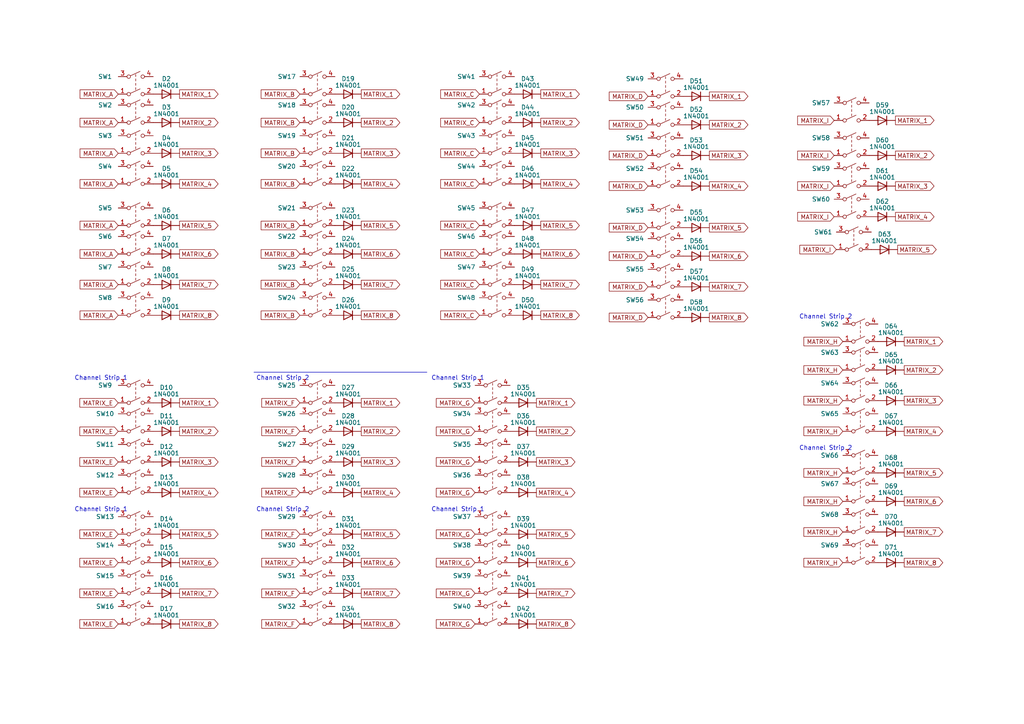
<source format=kicad_sch>
(kicad_sch (version 20230121) (generator eeschema)
  (paper "A4")
  (polyline (pts (xy 73.66 107.95) (xy 123.825 107.95)))
  (text "Channel Strip 2\n" (at 74.295 110.49 0) (effects (font (size 1.27 1.27)) (justify left bottom)))
  (text "Channel Strip 1\n" (at 21.59 110.49 0) (effects (font (size 1.27 1.27)) (justify left bottom)))
  (text "Channel Strip 2\n" (at 231.775 92.71 0) (effects (font (size 1.27 1.27)) (justify left bottom)))
  (text "Channel Strip 1\n" (at 21.59 148.59 0) (effects (font (size 1.27 1.27)) (justify left bottom)))
  (text "Channel Strip 2\n" (at 74.295 148.59 0) (effects (font (size 1.27 1.27)) (justify left bottom)))
  (text "Channel Strip 1\n" (at 125.095 110.49 0) (effects (font (size 1.27 1.27)) (justify left bottom)))
  (text "Channel Strip 1\n" (at 125.095 148.59 0) (effects (font (size 1.27 1.27)) (justify left bottom)))
  (text "Channel Strip 2\n" (at 231.775 130.81 0) (effects (font (size 1.27 1.27)) (justify left bottom)))
  (global_label "MATRIX_5" (shape output) (at 262.255 137.16 0) (property "Intersheetrefs" "${INTERSHEET_REFS}" (effects hide)))
  (global_label "MATRIX_8" (shape output) (at 52.07 91.44 0) (property "Intersheetrefs" "${INTERSHEET_REFS}" (effects hide)))
  (global_label "MATRIX_A" (shape input) (at 34.29 82.55 180) (property "Intersheetrefs" "${INTERSHEET_REFS}" (effects hide)))
  (global_label "MATRIX_3" (shape output) (at 205.74 45.085 0) (property "Intersheetrefs" "${INTERSHEET_REFS}" (effects hide)))
  (global_label "MATRIX_F" (shape input) (at 86.995 180.975 180) (property "Intersheetrefs" "${INTERSHEET_REFS}" (effects hide)))
  (global_label "MATRIX_E" (shape input) (at 34.29 154.94 180) (property "Intersheetrefs" "${INTERSHEET_REFS}" (effects hide)))
  (global_label "MATRIX_B" (shape input) (at 86.995 53.34 180) (property "Intersheetrefs" "${INTERSHEET_REFS}" (effects hide)))
  (global_label "MATRIX_A" (shape input) (at 34.29 91.44 180) (property "Intersheetrefs" "${INTERSHEET_REFS}" (effects hide)))
  (global_label "MATRIX_6" (shape output) (at 262.255 145.415 0) (property "Intersheetrefs" "${INTERSHEET_REFS}" (effects hide)))
  (global_label "MATRIX_7" (shape output) (at 156.845 82.55 0) (property "Intersheetrefs" "${INTERSHEET_REFS}" (effects hide)))
  (global_label "MATRIX_6" (shape output) (at 52.07 73.66 0) (property "Intersheetrefs" "${INTERSHEET_REFS}" (effects hide)))
  (global_label "MATRIX_G" (shape input) (at 137.795 172.085 180) (property "Intersheetrefs" "${INTERSHEET_REFS}" (effects hide)))
  (global_label "MATRIX_8" (shape output) (at 52.07 180.975 0) (property "Intersheetrefs" "${INTERSHEET_REFS}" (effects hide)))
  (global_label "MATRIX_I" (shape input) (at 241.935 34.925 180) (property "Intersheetrefs" "${INTERSHEET_REFS}" (effects hide)))
  (global_label "MATRIX_D" (shape input) (at 187.96 74.295 180) (property "Intersheetrefs" "${INTERSHEET_REFS}" (effects hide)))
  (global_label "MATRIX_G" (shape input) (at 137.795 125.095 180) (property "Intersheetrefs" "${INTERSHEET_REFS}" (effects hide)))
  (global_label "MATRIX_1" (shape output) (at 104.775 27.305 0) (property "Intersheetrefs" "${INTERSHEET_REFS}" (effects hide)))
  (global_label "MATRIX_A" (shape input) (at 34.29 35.56 180) (property "Intersheetrefs" "${INTERSHEET_REFS}" (effects hide)))
  (global_label "MATRIX_2" (shape output) (at 104.775 125.095 0) (property "Intersheetrefs" "${INTERSHEET_REFS}" (effects hide)))
  (global_label "MATRIX_F" (shape input) (at 86.995 142.875 180) (property "Intersheetrefs" "${INTERSHEET_REFS}" (effects hide)))
  (global_label "MATRIX_F" (shape input) (at 86.995 163.195 180) (property "Intersheetrefs" "${INTERSHEET_REFS}" (effects hide)))
  (global_label "MATRIX_7" (shape output) (at 205.74 83.185 0) (property "Intersheetrefs" "${INTERSHEET_REFS}" (effects hide)))
  (global_label "MATRIX_D" (shape input) (at 187.96 66.04 180) (property "Intersheetrefs" "${INTERSHEET_REFS}" (effects hide)))
  (global_label "MATRIX_5" (shape output) (at 260.35 72.39 0) (property "Intersheetrefs" "${INTERSHEET_REFS}" (effects hide)))
  (global_label "MATRIX_3" (shape output) (at 259.715 53.975 0) (property "Intersheetrefs" "${INTERSHEET_REFS}" (effects hide)))
  (global_label "MATRIX_F" (shape input) (at 86.995 125.095 180) (property "Intersheetrefs" "${INTERSHEET_REFS}" (effects hide)))
  (global_label "MATRIX_3" (shape output) (at 155.575 133.985 0) (property "Intersheetrefs" "${INTERSHEET_REFS}" (effects hide)))
  (global_label "MATRIX_1" (shape output) (at 52.07 27.305 0) (property "Intersheetrefs" "${INTERSHEET_REFS}" (effects hide)))
  (global_label "MATRIX_6" (shape output) (at 156.845 73.66 0) (property "Intersheetrefs" "${INTERSHEET_REFS}" (effects hide)))
  (global_label "MATRIX_D" (shape input) (at 187.96 83.185 180) (property "Intersheetrefs" "${INTERSHEET_REFS}" (effects hide)))
  (global_label "MATRIX_2" (shape output) (at 52.07 35.56 0) (property "Intersheetrefs" "${INTERSHEET_REFS}" (effects hide)))
  (global_label "MATRIX_E" (shape input) (at 34.29 116.84 180) (property "Intersheetrefs" "${INTERSHEET_REFS}" (effects hide)))
  (global_label "MATRIX_I" (shape input) (at 242.57 72.39 180) (property "Intersheetrefs" "${INTERSHEET_REFS}" (effects hide)))
  (global_label "MATRIX_6" (shape output) (at 52.07 163.195 0) (property "Intersheetrefs" "${INTERSHEET_REFS}" (effects hide)))
  (global_label "MATRIX_3" (shape output) (at 262.255 116.205 0) (property "Intersheetrefs" "${INTERSHEET_REFS}" (effects hide)))
  (global_label "MATRIX_C" (shape input) (at 139.065 53.34 180) (property "Intersheetrefs" "${INTERSHEET_REFS}" (effects hide)))
  (global_label "MATRIX_8" (shape output) (at 104.775 180.975 0) (property "Intersheetrefs" "${INTERSHEET_REFS}" (effects hide)))
  (global_label "MATRIX_2" (shape output) (at 156.845 35.56 0) (property "Intersheetrefs" "${INTERSHEET_REFS}" (effects hide)))
  (global_label "MATRIX_1" (shape output) (at 205.74 27.94 0) (property "Intersheetrefs" "${INTERSHEET_REFS}" (effects hide)))
  (global_label "MATRIX_4" (shape output) (at 156.845 53.34 0) (property "Intersheetrefs" "${INTERSHEET_REFS}" (effects hide)))
  (global_label "MATRIX_D" (shape input) (at 187.96 36.195 180) (property "Intersheetrefs" "${INTERSHEET_REFS}" (effects hide)))
  (global_label "MATRIX_G" (shape input) (at 137.795 154.94 180) (property "Intersheetrefs" "${INTERSHEET_REFS}" (effects hide)))
  (global_label "MATRIX_E" (shape input) (at 34.29 133.985 180) (property "Intersheetrefs" "${INTERSHEET_REFS}" (effects hide)))
  (global_label "MATRIX_H" (shape input) (at 244.475 145.415 180) (property "Intersheetrefs" "${INTERSHEET_REFS}" (effects hide)))
  (global_label "MATRIX_C" (shape input) (at 139.065 82.55 180) (property "Intersheetrefs" "${INTERSHEET_REFS}" (effects hide)))
  (global_label "MATRIX_2" (shape output) (at 155.575 125.095 0) (property "Intersheetrefs" "${INTERSHEET_REFS}" (effects hide)))
  (global_label "MATRIX_E" (shape input) (at 34.29 180.975 180) (property "Intersheetrefs" "${INTERSHEET_REFS}" (effects hide)))
  (global_label "MATRIX_1" (shape output) (at 262.255 99.06 0) (property "Intersheetrefs" "${INTERSHEET_REFS}" (effects hide)))
  (global_label "MATRIX_F" (shape input) (at 86.995 133.985 180) (property "Intersheetrefs" "${INTERSHEET_REFS}" (effects hide)))
  (global_label "MATRIX_B" (shape input) (at 86.995 73.66 180) (property "Intersheetrefs" "${INTERSHEET_REFS}" (effects hide)))
  (global_label "MATRIX_D" (shape input) (at 187.96 45.085 180) (property "Intersheetrefs" "${INTERSHEET_REFS}" (effects hide)))
  (global_label "MATRIX_F" (shape input) (at 86.995 172.085 180) (property "Intersheetrefs" "${INTERSHEET_REFS}" (effects hide)))
  (global_label "MATRIX_7" (shape output) (at 52.07 172.085 0) (property "Intersheetrefs" "${INTERSHEET_REFS}" (effects hide)))
  (global_label "MATRIX_4" (shape output) (at 262.255 125.095 0) (property "Intersheetrefs" "${INTERSHEET_REFS}" (effects hide)))
  (global_label "MATRIX_8" (shape output) (at 155.575 180.975 0) (property "Intersheetrefs" "${INTERSHEET_REFS}" (effects hide)))
  (global_label "MATRIX_E" (shape input) (at 34.29 172.085 180) (property "Intersheetrefs" "${INTERSHEET_REFS}" (effects hide)))
  (global_label "MATRIX_1" (shape output) (at 155.575 116.84 0) (property "Intersheetrefs" "${INTERSHEET_REFS}" (effects hide)))
  (global_label "MATRIX_3" (shape output) (at 52.07 133.985 0) (property "Intersheetrefs" "${INTERSHEET_REFS}" (effects hide)))
  (global_label "MATRIX_2" (shape output) (at 52.07 125.095 0) (property "Intersheetrefs" "${INTERSHEET_REFS}" (effects hide)))
  (global_label "MATRIX_4" (shape output) (at 205.74 53.975 0) (property "Intersheetrefs" "${INTERSHEET_REFS}" (effects hide)))
  (global_label "MATRIX_5" (shape output) (at 156.845 65.405 0) (property "Intersheetrefs" "${INTERSHEET_REFS}" (effects hide)))
  (global_label "MATRIX_H" (shape input) (at 244.475 154.305 180) (property "Intersheetrefs" "${INTERSHEET_REFS}" (effects hide)))
  (global_label "MATRIX_C" (shape input) (at 139.065 65.405 180) (property "Intersheetrefs" "${INTERSHEET_REFS}" (effects hide)))
  (global_label "MATRIX_B" (shape input) (at 86.995 44.45 180) (property "Intersheetrefs" "${INTERSHEET_REFS}" (effects hide)))
  (global_label "MATRIX_2" (shape output) (at 205.74 36.195 0) (property "Intersheetrefs" "${INTERSHEET_REFS}" (effects hide)))
  (global_label "MATRIX_8" (shape output) (at 205.74 92.075 0) (property "Intersheetrefs" "${INTERSHEET_REFS}" (effects hide)))
  (global_label "MATRIX_I" (shape input) (at 241.935 45.085 180) (property "Intersheetrefs" "${INTERSHEET_REFS}" (effects hide)))
  (global_label "MATRIX_4" (shape output) (at 52.07 142.875 0) (property "Intersheetrefs" "${INTERSHEET_REFS}" (effects hide)))
  (global_label "MATRIX_B" (shape input) (at 86.995 27.305 180) (property "Intersheetrefs" "${INTERSHEET_REFS}" (effects hide)))
  (global_label "MATRIX_A" (shape input) (at 34.29 53.34 180) (property "Intersheetrefs" "${INTERSHEET_REFS}" (effects hide)))
  (global_label "MATRIX_1" (shape output) (at 156.845 27.305 0) (property "Intersheetrefs" "${INTERSHEET_REFS}" (effects hide)))
  (global_label "MATRIX_C" (shape input) (at 139.065 91.44 180) (property "Intersheetrefs" "${INTERSHEET_REFS}" (effects hide)))
  (global_label "MATRIX_4" (shape output) (at 104.775 53.34 0) (property "Intersheetrefs" "${INTERSHEET_REFS}" (effects hide)))
  (global_label "MATRIX_F" (shape input) (at 86.995 116.84 180) (property "Intersheetrefs" "${INTERSHEET_REFS}" (effects hide)))
  (global_label "MATRIX_5" (shape output) (at 205.74 66.04 0) (property "Intersheetrefs" "${INTERSHEET_REFS}" (effects hide)))
  (global_label "MATRIX_3" (shape output) (at 104.775 133.985 0) (property "Intersheetrefs" "${INTERSHEET_REFS}" (effects hide)))
  (global_label "MATRIX_B" (shape input) (at 86.995 65.405 180) (property "Intersheetrefs" "${INTERSHEET_REFS}" (effects hide)))
  (global_label "MATRIX_G" (shape input) (at 137.795 133.985 180) (property "Intersheetrefs" "${INTERSHEET_REFS}" (effects hide)))
  (global_label "MATRIX_H" (shape input) (at 244.475 116.205 180) (property "Intersheetrefs" "${INTERSHEET_REFS}" (effects hide)))
  (global_label "MATRIX_7" (shape output) (at 262.255 154.305 0) (property "Intersheetrefs" "${INTERSHEET_REFS}" (effects hide)))
  (global_label "MATRIX_D" (shape input) (at 187.96 27.94 180) (property "Intersheetrefs" "${INTERSHEET_REFS}" (effects hide)))
  (global_label "MATRIX_8" (shape output) (at 262.255 163.195 0) (property "Intersheetrefs" "${INTERSHEET_REFS}" (effects hide)))
  (global_label "MATRIX_6" (shape output) (at 104.775 73.66 0) (property "Intersheetrefs" "${INTERSHEET_REFS}" (effects hide)))
  (global_label "MATRIX_B" (shape input) (at 86.995 35.56 180) (property "Intersheetrefs" "${INTERSHEET_REFS}" (effects hide)))
  (global_label "MATRIX_8" (shape output) (at 156.845 91.44 0) (property "Intersheetrefs" "${INTERSHEET_REFS}" (effects hide)))
  (global_label "MATRIX_A" (shape input) (at 34.29 27.305 180) (property "Intersheetrefs" "${INTERSHEET_REFS}" (effects hide)))
  (global_label "MATRIX_G" (shape input) (at 137.795 163.195 180) (property "Intersheetrefs" "${INTERSHEET_REFS}" (effects hide)))
  (global_label "MATRIX_4" (shape output) (at 52.07 53.34 0) (property "Intersheetrefs" "${INTERSHEET_REFS}" (effects hide)))
  (global_label "MATRIX_A" (shape input) (at 34.29 65.405 180) (property "Intersheetrefs" "${INTERSHEET_REFS}" (effects hide)))
  (global_label "MATRIX_C" (shape input) (at 139.065 27.305 180) (property "Intersheetrefs" "${INTERSHEET_REFS}" (effects hide)))
  (global_label "MATRIX_D" (shape input) (at 187.96 92.075 180) (property "Intersheetrefs" "${INTERSHEET_REFS}" (effects hide)))
  (global_label "MATRIX_G" (shape input) (at 137.795 180.975 180) (property "Intersheetrefs" "${INTERSHEET_REFS}" (effects hide)))
  (global_label "MATRIX_1" (shape output) (at 104.775 116.84 0) (property "Intersheetrefs" "${INTERSHEET_REFS}" (effects hide)))
  (global_label "MATRIX_3" (shape output) (at 156.845 44.45 0) (property "Intersheetrefs" "${INTERSHEET_REFS}" (effects hide)))
  (global_label "MATRIX_4" (shape output) (at 155.575 142.875 0) (property "Intersheetrefs" "${INTERSHEET_REFS}" (effects hide)))
  (global_label "MATRIX_E" (shape input) (at 34.29 163.195 180) (property "Intersheetrefs" "${INTERSHEET_REFS}" (effects hide)))
  (global_label "MATRIX_5" (shape output) (at 52.07 154.94 0) (property "Intersheetrefs" "${INTERSHEET_REFS}" (effects hide)))
  (global_label "MATRIX_6" (shape output) (at 205.74 74.295 0) (property "Intersheetrefs" "${INTERSHEET_REFS}" (effects hide)))
  (global_label "MATRIX_5" (shape output) (at 104.775 154.94 0) (property "Intersheetrefs" "${INTERSHEET_REFS}" (effects hide)))
  (global_label "MATRIX_4" (shape output) (at 259.715 62.865 0) (property "Intersheetrefs" "${INTERSHEET_REFS}" (effects hide)))
  (global_label "MATRIX_1" (shape output) (at 259.715 34.925 0) (property "Intersheetrefs" "${INTERSHEET_REFS}" (effects hide)))
  (global_label "MATRIX_2" (shape output) (at 104.775 35.56 0) (property "Intersheetrefs" "${INTERSHEET_REFS}" (effects hide)))
  (global_label "MATRIX_4" (shape output) (at 104.775 142.875 0) (property "Intersheetrefs" "${INTERSHEET_REFS}" (effects hide)))
  (global_label "MATRIX_G" (shape input) (at 137.795 142.875 180) (property "Intersheetrefs" "${INTERSHEET_REFS}" (effects hide)))
  (global_label "MATRIX_E" (shape input) (at 34.29 142.875 180) (property "Intersheetrefs" "${INTERSHEET_REFS}" (effects hide)))
  (global_label "MATRIX_2" (shape output) (at 259.715 45.085 0) (property "Intersheetrefs" "${INTERSHEET_REFS}" (effects hide)))
  (global_label "MATRIX_7" (shape output) (at 155.575 172.085 0) (property "Intersheetrefs" "${INTERSHEET_REFS}" (effects hide)))
  (global_label "MATRIX_I" (shape input) (at 241.935 53.975 180) (property "Intersheetrefs" "${INTERSHEET_REFS}" (effects hide)))
  (global_label "MATRIX_G" (shape input) (at 137.795 116.84 180) (property "Intersheetrefs" "${INTERSHEET_REFS}" (effects hide)))
  (global_label "MATRIX_1" (shape output) (at 52.07 116.84 0) (property "Intersheetrefs" "${INTERSHEET_REFS}" (effects hide)))
  (global_label "MATRIX_8" (shape output) (at 104.775 91.44 0) (property "Intersheetrefs" "${INTERSHEET_REFS}" (effects hide)))
  (global_label "MATRIX_5" (shape output) (at 52.07 65.405 0) (property "Intersheetrefs" "${INTERSHEET_REFS}" (effects hide)))
  (global_label "MATRIX_H" (shape input) (at 244.475 163.195 180) (property "Intersheetrefs" "${INTERSHEET_REFS}" (effects hide)))
  (global_label "MATRIX_C" (shape input) (at 139.065 35.56 180) (property "Intersheetrefs" "${INTERSHEET_REFS}" (effects hide)))
  (global_label "MATRIX_H" (shape input) (at 244.475 137.16 180) (property "Intersheetrefs" "${INTERSHEET_REFS}" (effects hide)))
  (global_label "MATRIX_3" (shape output) (at 52.07 44.45 0) (property "Intersheetrefs" "${INTERSHEET_REFS}" (effects hide)))
  (global_label "MATRIX_F" (shape input) (at 86.995 154.94 180) (property "Intersheetrefs" "${INTERSHEET_REFS}" (effects hide)))
  (global_label "MATRIX_7" (shape output) (at 104.775 172.085 0) (property "Intersheetrefs" "${INTERSHEET_REFS}" (effects hide)))
  (global_label "MATRIX_A" (shape input) (at 34.29 73.66 180) (property "Intersheetrefs" "${INTERSHEET_REFS}" (effects hide)))
  (global_label "MATRIX_5" (shape output) (at 155.575 154.94 0) (property "Intersheetrefs" "${INTERSHEET_REFS}" (effects hide)))
  (global_label "MATRIX_C" (shape input) (at 139.065 44.45 180) (property "Intersheetrefs" "${INTERSHEET_REFS}" (effects hide)))
  (global_label "MATRIX_6" (shape output) (at 104.775 163.195 0) (property "Intersheetrefs" "${INTERSHEET_REFS}" (effects hide)))
  (global_label "MATRIX_2" (shape output) (at 262.255 107.315 0) (property "Intersheetrefs" "${INTERSHEET_REFS}" (effects hide)))
  (global_label "MATRIX_B" (shape input) (at 86.995 82.55 180) (property "Intersheetrefs" "${INTERSHEET_REFS}" (effects hide)))
  (global_label "MATRIX_7" (shape output) (at 104.775 82.55 0) (property "Intersheetrefs" "${INTERSHEET_REFS}" (effects hide)))
  (global_label "MATRIX_E" (shape input) (at 34.29 125.095 180) (property "Intersheetrefs" "${INTERSHEET_REFS}" (effects hide)))
  (global_label "MATRIX_H" (shape input) (at 244.475 125.095 180) (property "Intersheetrefs" "${INTERSHEET_REFS}" (effects hide)))
  (global_label "MATRIX_C" (shape input) (at 139.065 73.66 180) (property "Intersheetrefs" "${INTERSHEET_REFS}" (effects hide)))
  (global_label "MATRIX_H" (shape input) (at 244.475 99.06 180) (property "Intersheetrefs" "${INTERSHEET_REFS}" (effects hide)))
  (global_label "MATRIX_H" (shape input) (at 244.475 107.315 180) (property "Intersheetrefs" "${INTERSHEET_REFS}" (effects hide)))
  (global_label "MATRIX_6" (shape output) (at 155.575 163.195 0) (property "Intersheetrefs" "${INTERSHEET_REFS}" (effects hide)))
  (global_label "MATRIX_A" (shape input) (at 34.29 44.45 180) (property "Intersheetrefs" "${INTERSHEET_REFS}" (effects hide)))
  (global_label "MATRIX_3" (shape output) (at 104.775 44.45 0) (property "Intersheetrefs" "${INTERSHEET_REFS}" (effects hide)))
  (global_label "MATRIX_D" (shape input) (at 187.96 53.975 180) (property "Intersheetrefs" "${INTERSHEET_REFS}" (effects hide)))
  (global_label "MATRIX_I" (shape input) (at 241.935 62.865 180) (property "Intersheetrefs" "${INTERSHEET_REFS}" (effects hide)))
  (global_label "MATRIX_7" (shape output) (at 52.07 82.55 0) (property "Intersheetrefs" "${INTERSHEET_REFS}" (effects hide)))
  (global_label "MATRIX_B" (shape input) (at 86.995 91.44 180) (property "Intersheetrefs" "${INTERSHEET_REFS}" (effects hide)))
  (global_label "MATRIX_5" (shape output) (at 104.775 65.405 0) (property "Intersheetrefs" "${INTERSHEET_REFS}" (effects hide)))
  (symbol (lib_id "Z8C rev3-cache:Switch_SW_DPST") (at 144.145 80.01 0) (unit 1)
    (property "Reference" "SW47" (at 135.255 77.47 0))
    (property "Value" "Switch_SW_DPST" (effects hide))
    (property "Footprint" "cherrymx:SW_Cherry_MX_PCB_1.00u" (effects hide))
  )
  (symbol (lib_id "Z8C rev3-cache:Switch_SW_DPST") (at 39.37 88.9 0) (unit 1)
    (property "Reference" "SW8" (at 30.48 86.36 0))
    (property "Value" "Switch_SW_DPST" (effects hide))
    (property "Footprint" "cherrymx:SW_Cherry_MX_PCB_1.00u" (effects hide))
  )
  (symbol (lib_id "Diode:1N4001") (at 100.965 91.44 180) (unit 1)
    (property "Reference" "D26" (at 100.965 86.995 0))
    (property "Value" "1N4001" (at 100.965 88.9 0))
    (property "Footprint" "Diode_THT:D_DO-41_SOD81_P10.16mm_Horizontal" (effects hide))
    (property "Datasheet" "http://www.vishay.com/docs/88503/1n4001.pdf" (effects hide))
  )
  (symbol (lib_id "Diode:1N4001") (at 100.965 73.66 180) (unit 1)
    (property "Reference" "D24" (at 100.965 69.215 0))
    (property "Value" "1N4001" (at 100.965 71.12 0))
    (property "Footprint" "Diode_THT:D_DO-41_SOD81_P10.16mm_Horizontal" (effects hide))
    (property "Datasheet" "http://www.vishay.com/docs/88503/1n4001.pdf" (effects hide))
  )
  (symbol (lib_id "Z8C rev3-cache:Switch_SW_DPST") (at 193.04 71.755 0) (unit 1)
    (property "Reference" "SW54" (at 184.15 69.215 0))
    (property "Value" "Switch_SW_DPST" (effects hide))
    (property "Footprint" "cherrymx:SW_Cherry_MX_PCB_1.00u" (effects hide))
  )
  (symbol (lib_id "Diode:1N4001") (at 258.445 116.205 180) (unit 1)
    (property "Reference" "D66" (at 258.445 111.76 0))
    (property "Value" "1N4001" (at 258.445 113.665 0))
    (property "Footprint" "Diode_THT:D_DO-41_SOD81_P10.16mm_Horizontal" (effects hide))
    (property "Datasheet" "http://www.vishay.com/docs/88503/1n4001.pdf" (effects hide))
  )
  (symbol (lib_id "Diode:1N4001") (at 48.26 125.095 180) (unit 1)
    (property "Reference" "D11" (at 48.26 120.65 0))
    (property "Value" "1N4001" (at 48.26 122.555 0))
    (property "Footprint" "Diode_THT:D_DO-41_SOD81_P10.16mm_Horizontal" (effects hide))
    (property "Datasheet" "http://www.vishay.com/docs/88503/1n4001.pdf" (effects hide))
  )
  (symbol (lib_id "Z8C rev3-cache:Switch_SW_DPST") (at 92.075 140.335 0) (unit 1)
    (property "Reference" "SW28" (at 83.185 137.795 0))
    (property "Value" "Switch_SW_DPST" (effects hide))
    (property "Footprint" "cherrymx:SW_Cherry_MX_PCB_1.00u" (effects hide))
  )
  (symbol (lib_id "Diode:1N4001") (at 100.965 163.195 180) (unit 1)
    (property "Reference" "D32" (at 100.965 158.75 0))
    (property "Value" "1N4001" (at 100.965 160.655 0))
    (property "Footprint" "Diode_THT:D_DO-41_SOD81_P10.16mm_Horizontal" (effects hide))
    (property "Datasheet" "http://www.vishay.com/docs/88503/1n4001.pdf" (effects hide))
  )
  (symbol (lib_id "Diode:1N4001") (at 100.965 172.085 180) (unit 1)
    (property "Reference" "D33" (at 100.965 167.64 0))
    (property "Value" "1N4001" (at 100.965 169.545 0))
    (property "Footprint" "Diode_THT:D_DO-41_SOD81_P10.16mm_Horizontal" (effects hide))
    (property "Datasheet" "http://www.vishay.com/docs/88503/1n4001.pdf" (effects hide))
  )
  (symbol (lib_id "Z8C rev3-cache:Switch_SW_DPST") (at 193.04 63.5 0) (unit 1)
    (property "Reference" "SW53" (at 184.15 60.96 0))
    (property "Value" "Switch_SW_DPST" (effects hide))
    (property "Footprint" "cherrymx:SW_Cherry_MX_PCB_1.00u" (effects hide))
  )
  (symbol (lib_id "Z8C rev3-cache:Switch_SW_DPST") (at 193.04 80.645 0) (unit 1)
    (property "Reference" "SW55" (at 184.15 78.105 0))
    (property "Value" "Switch_SW_DPST" (effects hide))
    (property "Footprint" "cherrymx:SW_Cherry_MX_PCB_1.00u" (effects hide))
  )
  (symbol (lib_id "Z8C rev3-cache:Switch_SW_DPST") (at 142.875 152.4 0) (unit 1)
    (property "Reference" "SW37" (at 133.985 149.86 0))
    (property "Value" "Switch_SW_DPST" (effects hide))
    (property "Footprint" "cherrymx:SW_Cherry_MX_PCB_1.00u" (effects hide))
  )
  (symbol (lib_id "Diode:1N4001") (at 48.26 142.875 180) (unit 1)
    (property "Reference" "D13" (at 48.26 138.43 0))
    (property "Value" "1N4001" (at 48.26 140.335 0))
    (property "Footprint" "Diode_THT:D_DO-41_SOD81_P10.16mm_Horizontal" (effects hide))
    (property "Datasheet" "http://www.vishay.com/docs/88503/1n4001.pdf" (effects hide))
  )
  (symbol (lib_id "Diode:1N4001") (at 201.93 53.975 180) (unit 1)
    (property "Reference" "D54" (at 201.93 49.53 0))
    (property "Value" "1N4001" (at 201.93 51.435 0))
    (property "Footprint" "Diode_THT:D_DO-41_SOD81_P10.16mm_Horizontal" (effects hide))
    (property "Datasheet" "http://www.vishay.com/docs/88503/1n4001.pdf" (effects hide))
  )
  (symbol (lib_id "Diode:1N4001") (at 100.965 44.45 180) (unit 1)
    (property "Reference" "D21" (at 100.965 40.005 0))
    (property "Value" "1N4001" (at 100.965 41.91 0))
    (property "Footprint" "Diode_THT:D_DO-41_SOD81_P10.16mm_Horizontal" (effects hide))
    (property "Datasheet" "http://www.vishay.com/docs/88503/1n4001.pdf" (effects hide))
  )
  (symbol (lib_id "Z8C rev3-cache:Switch_SW_DPST") (at 92.075 169.545 0) (unit 1)
    (property "Reference" "SW31" (at 83.185 167.005 0))
    (property "Value" "Switch_SW_DPST" (effects hide))
    (property "Footprint" "cherrymx:SW_Cherry_MX_PCB_1.00u" (effects hide))
  )
  (symbol (lib_id "Diode:1N4001") (at 153.035 27.305 180) (unit 1)
    (property "Reference" "D43" (at 153.035 22.86 0))
    (property "Value" "1N4001" (at 153.035 24.765 0))
    (property "Footprint" "Diode_THT:D_DO-41_SOD81_P10.16mm_Horizontal" (effects hide))
    (property "Datasheet" "http://www.vishay.com/docs/88503/1n4001.pdf" (effects hide))
  )
  (symbol (lib_id "Diode:1N4001") (at 258.445 145.415 180) (unit 1)
    (property "Reference" "D69" (at 258.445 140.97 0))
    (property "Value" "1N4001" (at 258.445 142.875 0))
    (property "Footprint" "Diode_THT:D_DO-41_SOD81_P10.16mm_Horizontal" (effects hide))
    (property "Datasheet" "http://www.vishay.com/docs/88503/1n4001.pdf" (effects hide))
  )
  (symbol (lib_id "Z8C rev3-cache:Switch_SW_DPST") (at 92.075 122.555 0) (unit 1)
    (property "Reference" "SW26" (at 83.185 120.015 0))
    (property "Value" "Switch_SW_DPST" (effects hide))
    (property "Footprint" "cherrymx:SW_Cherry_MX_PCB_1.00u" (effects hide))
  )
  (symbol (lib_id "Diode:1N4001") (at 48.26 180.975 180) (unit 1)
    (property "Reference" "D17" (at 48.26 176.53 0))
    (property "Value" "1N4001" (at 48.26 178.435 0))
    (property "Footprint" "Diode_THT:D_DO-41_SOD81_P10.16mm_Horizontal" (effects hide))
    (property "Datasheet" "http://www.vishay.com/docs/88503/1n4001.pdf" (effects hide))
  )
  (symbol (lib_id "Z8C rev3-cache:Switch_SW_DPST") (at 39.37 152.4 0) (unit 1)
    (property "Reference" "SW13" (at 30.48 149.86 0))
    (property "Value" "Switch_SW_DPST" (effects hide))
    (property "Footprint" "cherrymx:SW_Cherry_MX_PCB_1.00u" (effects hide))
  )
  (symbol (lib_id "Diode:1N4001") (at 258.445 154.305 180) (unit 1)
    (property "Reference" "D70" (at 258.445 149.86 0))
    (property "Value" "1N4001" (at 258.445 151.765 0))
    (property "Footprint" "Diode_THT:D_DO-41_SOD81_P10.16mm_Horizontal" (effects hide))
    (property "Datasheet" "http://www.vishay.com/docs/88503/1n4001.pdf" (effects hide))
  )
  (symbol (lib_id "Z8C rev3-cache:Switch_SW_DPST") (at 193.04 89.535 0) (unit 1)
    (property "Reference" "SW56" (at 184.15 86.995 0))
    (property "Value" "Switch_SW_DPST" (effects hide))
    (property "Footprint" "cherrymx:SW_Cherry_MX_PCB_1.00u" (effects hide))
  )
  (symbol (lib_id "Z8C rev3-cache:Switch_SW_DPST") (at 249.555 104.775 0) (unit 1)
    (property "Reference" "SW63" (at 240.665 102.235 0))
    (property "Value" "Switch_SW_DPST" (effects hide))
    (property "Footprint" "cherrymx:SW_Cherry_MX_PCB_1.00u" (effects hide))
  )
  (symbol (lib_id "Z8C rev3-cache:Switch_SW_DPST") (at 39.37 24.765 0) (unit 1)
    (property "Reference" "SW1" (at 30.48 22.225 0))
    (property "Value" "Switch_SW_DPST" (effects hide))
    (property "Footprint" "cherrymx:SW_Cherry_MX_PCB_1.00u" (effects hide))
  )
  (symbol (lib_id "Z8C rev3-cache:Switch_SW_DPST") (at 249.555 134.62 0) (unit 1)
    (property "Reference" "SW66" (at 240.665 132.08 0))
    (property "Value" "Switch_SW_DPST" (effects hide))
    (property "Footprint" "cherrymx:SW_Cherry_MX_PCB_1.00u" (effects hide))
  )
  (symbol (lib_id "Diode:1N4001") (at 258.445 163.195 180) (unit 1)
    (property "Reference" "D71" (at 258.445 158.75 0))
    (property "Value" "1N4001" (at 258.445 160.655 0))
    (property "Footprint" "Diode_THT:D_DO-41_SOD81_P10.16mm_Horizontal" (effects hide))
    (property "Datasheet" "http://www.vishay.com/docs/88503/1n4001.pdf" (effects hide))
  )
  (symbol (lib_id "Diode:1N4001") (at 153.035 53.34 180) (unit 1)
    (property "Reference" "D46" (at 153.035 48.895 0))
    (property "Value" "1N4001" (at 153.035 50.8 0))
    (property "Footprint" "Diode_THT:D_DO-41_SOD81_P10.16mm_Horizontal" (effects hide))
    (property "Datasheet" "http://www.vishay.com/docs/88503/1n4001.pdf" (effects hide))
  )
  (symbol (lib_id "Diode:1N4001") (at 153.035 82.55 180) (unit 1)
    (property "Reference" "D49" (at 153.035 78.105 0))
    (property "Value" "1N4001" (at 153.035 80.01 0))
    (property "Footprint" "Diode_THT:D_DO-41_SOD81_P10.16mm_Horizontal" (effects hide))
    (property "Datasheet" "http://www.vishay.com/docs/88503/1n4001.pdf" (effects hide))
  )
  (symbol (lib_id "Diode:1N4001") (at 48.26 44.45 180) (unit 1)
    (property "Reference" "D4" (at 48.26 40.005 0))
    (property "Value" "1N4001" (at 48.26 41.91 0))
    (property "Footprint" "Diode_THT:D_DO-41_SOD81_P10.16mm_Horizontal" (effects hide))
    (property "Datasheet" "http://www.vishay.com/docs/88503/1n4001.pdf" (effects hide))
  )
  (symbol (lib_id "Diode:1N4001") (at 201.93 45.085 180) (unit 1)
    (property "Reference" "D53" (at 201.93 40.64 0))
    (property "Value" "1N4001" (at 201.93 42.545 0))
    (property "Footprint" "Diode_THT:D_DO-41_SOD81_P10.16mm_Horizontal" (effects hide))
    (property "Datasheet" "http://www.vishay.com/docs/88503/1n4001.pdf" (effects hide))
  )
  (symbol (lib_id "Z8C rev3-cache:Switch_SW_DPST") (at 39.37 33.02 0) (unit 1)
    (property "Reference" "SW2" (at 30.48 30.48 0))
    (property "Value" "Switch_SW_DPST" (effects hide))
    (property "Footprint" "cherrymx:SW_Cherry_MX_PCB_1.00u" (effects hide))
  )
  (symbol (lib_id "Z8C rev3-cache:Switch_SW_DPST") (at 193.04 33.655 0) (unit 1)
    (property "Reference" "SW50" (at 184.15 31.115 0))
    (property "Value" "Switch_SW_DPST" (effects hide))
    (property "Footprint" "cherrymx:SW_Cherry_MX_PCB_1.00u" (effects hide))
  )
  (symbol (lib_id "Diode:1N4001") (at 151.765 172.085 180) (unit 1)
    (property "Reference" "D41" (at 151.765 167.64 0))
    (property "Value" "1N4001" (at 151.765 169.545 0))
    (property "Footprint" "Diode_THT:D_DO-41_SOD81_P10.16mm_Horizontal" (effects hide))
    (property "Datasheet" "http://www.vishay.com/docs/88503/1n4001.pdf" (effects hide))
  )
  (symbol (lib_id "Z8C rev3-cache:Switch_SW_DPST") (at 249.555 122.555 0) (unit 1)
    (property "Reference" "SW65" (at 240.665 120.015 0))
    (property "Value" "Switch_SW_DPST" (effects hide))
    (property "Footprint" "cherrymx:SW_Cherry_MX_PCB_1.00u" (effects hide))
  )
  (symbol (lib_id "Diode:1N4001") (at 151.765 180.975 180) (unit 1)
    (property "Reference" "D42" (at 151.765 176.53 0))
    (property "Value" "1N4001" (at 151.765 178.435 0))
    (property "Footprint" "Diode_THT:D_DO-41_SOD81_P10.16mm_Horizontal" (effects hide))
    (property "Datasheet" "http://www.vishay.com/docs/88503/1n4001.pdf" (effects hide))
  )
  (symbol (lib_id "Diode:1N4001") (at 151.765 163.195 180) (unit 1)
    (property "Reference" "D40" (at 151.765 158.75 0))
    (property "Value" "1N4001" (at 151.765 160.655 0))
    (property "Footprint" "Diode_THT:D_DO-41_SOD81_P10.16mm_Horizontal" (effects hide))
    (property "Datasheet" "http://www.vishay.com/docs/88503/1n4001.pdf" (effects hide))
  )
  (symbol (lib_id "Diode:1N4001") (at 48.26 172.085 180) (unit 1)
    (property "Reference" "D16" (at 48.26 167.64 0))
    (property "Value" "1N4001" (at 48.26 169.545 0))
    (property "Footprint" "Diode_THT:D_DO-41_SOD81_P10.16mm_Horizontal" (effects hide))
    (property "Datasheet" "http://www.vishay.com/docs/88503/1n4001.pdf" (effects hide))
  )
  (symbol (lib_id "Diode:1N4001") (at 100.965 53.34 180) (unit 1)
    (property "Reference" "D22" (at 100.965 48.895 0))
    (property "Value" "1N4001" (at 100.965 50.8 0))
    (property "Footprint" "Diode_THT:D_DO-41_SOD81_P10.16mm_Horizontal" (effects hide))
    (property "Datasheet" "http://www.vishay.com/docs/88503/1n4001.pdf" (effects hide))
  )
  (symbol (lib_id "Diode:1N4001") (at 100.965 27.305 180) (unit 1)
    (property "Reference" "D19" (at 100.965 22.86 0))
    (property "Value" "1N4001" (at 100.965 24.765 0))
    (property "Footprint" "Diode_THT:D_DO-41_SOD81_P10.16mm_Horizontal" (effects hide))
    (property "Datasheet" "http://www.vishay.com/docs/88503/1n4001.pdf" (effects hide))
  )
  (symbol (lib_id "Z8C rev3-cache:Switch_SW_DPST") (at 92.075 41.91 0) (unit 1)
    (property "Reference" "SW19" (at 83.185 39.37 0))
    (property "Value" "Switch_SW_DPST" (effects hide))
    (property "Footprint" "cherrymx:SW_Cherry_MX_PCB_1.00u" (effects hide))
  )
  (symbol (lib_id "Diode:1N4001") (at 151.765 154.94 180) (unit 1)
    (property "Reference" "D39" (at 151.765 150.495 0))
    (property "Value" "1N4001" (at 151.765 152.4 0))
    (property "Footprint" "Diode_THT:D_DO-41_SOD81_P10.16mm_Horizontal" (effects hide))
    (property "Datasheet" "http://www.vishay.com/docs/88503/1n4001.pdf" (effects hide))
  )
  (symbol (lib_id "Z8C rev3-cache:Switch_SW_DPST") (at 39.37 80.01 0) (unit 1)
    (property "Reference" "SW7" (at 30.48 77.47 0))
    (property "Value" "Switch_SW_DPST" (effects hide))
    (property "Footprint" "cherrymx:SW_Cherry_MX_PCB_1.00u" (effects hide))
  )
  (symbol (lib_id "Diode:1N4001") (at 100.965 154.94 180) (unit 1)
    (property "Reference" "D31" (at 100.965 150.495 0))
    (property "Value" "1N4001" (at 100.965 152.4 0))
    (property "Footprint" "Diode_THT:D_DO-41_SOD81_P10.16mm_Horizontal" (effects hide))
    (property "Datasheet" "http://www.vishay.com/docs/88503/1n4001.pdf" (effects hide))
  )
  (symbol (lib_id "Z8C rev3-cache:Switch_SW_DPST") (at 144.145 41.91 0) (unit 1)
    (property "Reference" "SW43" (at 135.255 39.37 0))
    (property "Value" "Switch_SW_DPST" (effects hide))
    (property "Footprint" "cherrymx:SW_Cherry_MX_PCB_1.00u" (effects hide))
  )
  (symbol (lib_id "Diode:1N4001") (at 255.905 62.865 180) (unit 1)
    (property "Reference" "D62" (at 255.905 58.42 0))
    (property "Value" "1N4001" (at 255.905 60.325 0))
    (property "Footprint" "Diode_THT:D_DO-41_SOD81_P10.16mm_Horizontal" (effects hide))
    (property "Datasheet" "http://www.vishay.com/docs/88503/1n4001.pdf" (effects hide))
  )
  (symbol (lib_id "Diode:1N4001") (at 258.445 99.06 180) (unit 1)
    (property "Reference" "D64" (at 258.445 94.615 0))
    (property "Value" "1N4001" (at 258.445 96.52 0))
    (property "Footprint" "Diode_THT:D_DO-41_SOD81_P10.16mm_Horizontal" (effects hide))
    (property "Datasheet" "http://www.vishay.com/docs/88503/1n4001.pdf" (effects hide))
  )
  (symbol (lib_id "Diode:1N4001") (at 258.445 125.095 180) (unit 1)
    (property "Reference" "D67" (at 258.445 120.65 0))
    (property "Value" "1N4001" (at 258.445 122.555 0))
    (property "Footprint" "Diode_THT:D_DO-41_SOD81_P10.16mm_Horizontal" (effects hide))
    (property "Datasheet" "http://www.vishay.com/docs/88503/1n4001.pdf" (effects hide))
  )
  (symbol (lib_id "Z8C rev3-cache:Switch_SW_DPST") (at 39.37 41.91 0) (unit 1)
    (property "Reference" "SW3" (at 30.48 39.37 0))
    (property "Value" "Switch_SW_DPST" (effects hide))
    (property "Footprint" "cherrymx:SW_Cherry_MX_PCB_1.00u" (effects hide))
  )
  (symbol (lib_id "Z8C rev3-cache:Switch_SW_DPST") (at 39.37 122.555 0) (unit 1)
    (property "Reference" "SW10" (at 30.48 120.015 0))
    (property "Value" "Switch_SW_DPST" (effects hide))
    (property "Footprint" "cherrymx:SW_Cherry_MX_PCB_1.00u" (effects hide))
  )
  (symbol (lib_id "Diode:1N4001") (at 255.905 53.975 180) (unit 1)
    (property "Reference" "D61" (at 255.905 49.53 0))
    (property "Value" "1N4001" (at 255.905 51.435 0))
    (property "Footprint" "Diode_THT:D_DO-41_SOD81_P10.16mm_Horizontal" (effects hide))
    (property "Datasheet" "http://www.vishay.com/docs/88503/1n4001.pdf" (effects hide))
  )
  (symbol (lib_id "Diode:1N4001") (at 48.26 163.195 180) (unit 1)
    (property "Reference" "D15" (at 48.26 158.75 0))
    (property "Value" "1N4001" (at 48.26 160.655 0))
    (property "Footprint" "Diode_THT:D_DO-41_SOD81_P10.16mm_Horizontal" (effects hide))
    (property "Datasheet" "http://www.vishay.com/docs/88503/1n4001.pdf" (effects hide))
  )
  (symbol (lib_id "Diode:1N4001") (at 201.93 66.04 180) (unit 1)
    (property "Reference" "D55" (at 201.93 61.595 0))
    (property "Value" "1N4001" (at 201.93 63.5 0))
    (property "Footprint" "Diode_THT:D_DO-41_SOD81_P10.16mm_Horizontal" (effects hide))
    (property "Datasheet" "http://www.vishay.com/docs/88503/1n4001.pdf" (effects hide))
  )
  (symbol (lib_id "Z8C rev3-cache:Switch_SW_DPST") (at 142.875 160.655 0) (unit 1)
    (property "Reference" "SW38" (at 133.985 158.115 0))
    (property "Value" "Switch_SW_DPST" (effects hide))
    (property "Footprint" "cherrymx:SW_Cherry_MX_PCB_1.00u" (effects hide))
  )
  (symbol (lib_id "Diode:1N4001") (at 255.905 45.085 180) (unit 1)
    (property "Reference" "D60" (at 255.905 40.64 0))
    (property "Value" "1N4001" (at 255.905 42.545 0))
    (property "Footprint" "Diode_THT:D_DO-41_SOD81_P10.16mm_Horizontal" (effects hide))
    (property "Datasheet" "http://www.vishay.com/docs/88503/1n4001.pdf" (effects hide))
  )
  (symbol (lib_id "Diode:1N4001") (at 153.035 44.45 180) (unit 1)
    (property "Reference" "D45" (at 153.035 40.005 0))
    (property "Value" "1N4001" (at 153.035 41.91 0))
    (property "Footprint" "Diode_THT:D_DO-41_SOD81_P10.16mm_Horizontal" (effects hide))
    (property "Datasheet" "http://www.vishay.com/docs/88503/1n4001.pdf" (effects hide))
  )
  (symbol (lib_id "Diode:1N4001") (at 201.93 83.185 180) (unit 1)
    (property "Reference" "D57" (at 201.93 78.74 0))
    (property "Value" "1N4001" (at 201.93 80.645 0))
    (property "Footprint" "Diode_THT:D_DO-41_SOD81_P10.16mm_Horizontal" (effects hide))
    (property "Datasheet" "http://www.vishay.com/docs/88503/1n4001.pdf" (effects hide))
  )
  (symbol (lib_id "Diode:1N4001") (at 153.035 73.66 180) (unit 1)
    (property "Reference" "D48" (at 153.035 69.215 0))
    (property "Value" "1N4001" (at 153.035 71.12 0))
    (property "Footprint" "Diode_THT:D_DO-41_SOD81_P10.16mm_Horizontal" (effects hide))
    (property "Datasheet" "http://www.vishay.com/docs/88503/1n4001.pdf" (effects hide))
  )
  (symbol (lib_id "Z8C rev3-cache:Switch_SW_DPST") (at 247.65 69.85 0) (unit 1)
    (property "Reference" "SW61" (at 238.76 67.31 0))
    (property "Value" "Switch_SW_DPST" (effects hide))
    (property "Footprint" "cherrymx:SW_Cherry_MX_PCB_1.00u" (effects hide))
  )
  (symbol (lib_id "Z8C rev3-cache:Switch_SW_DPST") (at 193.04 51.435 0) (unit 1)
    (property "Reference" "SW52" (at 184.15 48.895 0))
    (property "Value" "Switch_SW_DPST" (effects hide))
    (property "Footprint" "cherrymx:SW_Cherry_MX_PCB_1.00u" (effects hide))
  )
  (symbol (lib_id "Diode:1N4001") (at 153.035 91.44 180) (unit 1)
    (property "Reference" "D50" (at 153.035 86.995 0))
    (property "Value" "1N4001" (at 153.035 88.9 0))
    (property "Footprint" "Diode_THT:D_DO-41_SOD81_P10.16mm_Horizontal" (effects hide))
    (property "Datasheet" "http://www.vishay.com/docs/88503/1n4001.pdf" (effects hide))
  )
  (symbol (lib_id "Diode:1N4001") (at 48.26 91.44 180) (unit 1)
    (property "Reference" "D9" (at 48.26 86.995 0))
    (property "Value" "1N4001" (at 48.26 88.9 0))
    (property "Footprint" "Diode_THT:D_DO-41_SOD81_P10.16mm_Horizontal" (effects hide))
    (property "Datasheet" "http://www.vishay.com/docs/88503/1n4001.pdf" (effects hide))
  )
  (symbol (lib_id "Z8C rev3-cache:Switch_SW_DPST") (at 144.145 88.9 0) (unit 1)
    (property "Reference" "SW48" (at 135.255 86.36 0))
    (property "Value" "Switch_SW_DPST" (effects hide))
    (property "Footprint" "cherrymx:SW_Cherry_MX_PCB_1.00u" (effects hide))
  )
  (symbol (lib_id "Diode:1N4001") (at 100.965 142.875 180) (unit 1)
    (property "Reference" "D30" (at 100.965 138.43 0))
    (property "Value" "1N4001" (at 100.965 140.335 0))
    (property "Footprint" "Diode_THT:D_DO-41_SOD81_P10.16mm_Horizontal" (effects hide))
    (property "Datasheet" "http://www.vishay.com/docs/88503/1n4001.pdf" (effects hide))
  )
  (symbol (lib_id "Z8C rev3-cache:Switch_SW_DPST") (at 249.555 142.875 0) (unit 1)
    (property "Reference" "SW67" (at 240.665 140.335 0))
    (property "Value" "Switch_SW_DPST" (effects hide))
    (property "Footprint" "cherrymx:SW_Cherry_MX_PCB_1.00u" (effects hide))
  )
  (symbol (lib_id "Z8C rev3-cache:Switch_SW_DPST") (at 142.875 131.445 0) (unit 1)
    (property "Reference" "SW35" (at 133.985 128.905 0))
    (property "Value" "Switch_SW_DPST" (effects hide))
    (property "Footprint" "cherrymx:SW_Cherry_MX_PCB_1.00u" (effects hide))
  )
  (symbol (lib_id "Diode:1N4001") (at 255.905 34.925 180) (unit 1)
    (property "Reference" "D59" (at 255.905 30.48 0))
    (property "Value" "1N4001" (at 255.905 32.385 0))
    (property "Footprint" "Diode_THT:D_DO-41_SOD81_P10.16mm_Horizontal" (effects hide))
    (property "Datasheet" "http://www.vishay.com/docs/88503/1n4001.pdf" (effects hide))
  )
  (symbol (lib_id "Diode:1N4001") (at 151.765 125.095 180) (unit 1)
    (property "Reference" "D36" (at 151.765 120.65 0))
    (property "Value" "1N4001" (at 151.765 122.555 0))
    (property "Footprint" "Diode_THT:D_DO-41_SOD81_P10.16mm_Horizontal" (effects hide))
    (property "Datasheet" "http://www.vishay.com/docs/88503/1n4001.pdf" (effects hide))
  )
  (symbol (lib_id "Diode:1N4001") (at 153.035 35.56 180) (unit 1)
    (property "Reference" "D44" (at 153.035 31.115 0))
    (property "Value" "1N4001" (at 153.035 33.02 0))
    (property "Footprint" "Diode_THT:D_DO-41_SOD81_P10.16mm_Horizontal" (effects hide))
    (property "Datasheet" "http://www.vishay.com/docs/88503/1n4001.pdf" (effects hide))
  )
  (symbol (lib_id "Diode:1N4001") (at 201.93 92.075 180) (unit 1)
    (property "Reference" "D58" (at 201.93 87.63 0))
    (property "Value" "1N4001" (at 201.93 89.535 0))
    (property "Footprint" "Diode_THT:D_DO-41_SOD81_P10.16mm_Horizontal" (effects hide))
    (property "Datasheet" "http://www.vishay.com/docs/88503/1n4001.pdf" (effects hide))
  )
  (symbol (lib_id "Diode:1N4001") (at 100.965 35.56 180) (unit 1)
    (property "Reference" "D20" (at 100.965 31.115 0))
    (property "Value" "1N4001" (at 100.965 33.02 0))
    (property "Footprint" "Diode_THT:D_DO-41_SOD81_P10.16mm_Horizontal" (effects hide))
    (property "Datasheet" "http://www.vishay.com/docs/88503/1n4001.pdf" (effects hide))
  )
  (symbol (lib_id "Z8C rev3-cache:Switch_SW_DPST") (at 144.145 50.8 0) (unit 1)
    (property "Reference" "SW44" (at 135.255 48.26 0))
    (property "Value" "Switch_SW_DPST" (effects hide))
    (property "Footprint" "cherrymx:SW_Cherry_MX_PCB_1.00u" (effects hide))
  )
  (symbol (lib_id "Diode:1N4001") (at 48.26 73.66 180) (unit 1)
    (property "Reference" "D7" (at 48.26 69.215 0))
    (property "Value" "1N4001" (at 48.26 71.12 0))
    (property "Footprint" "Diode_THT:D_DO-41_SOD81_P10.16mm_Horizontal" (effects hide))
    (property "Datasheet" "http://www.vishay.com/docs/88503/1n4001.pdf" (effects hide))
  )
  (symbol (lib_id "Z8C rev3-cache:Switch_SW_DPST") (at 92.075 152.4 0) (unit 1)
    (property "Reference" "SW29" (at 83.185 149.86 0))
    (property "Value" "Switch_SW_DPST" (effects hide))
    (property "Footprint" "cherrymx:SW_Cherry_MX_PCB_1.00u" (effects hide))
  )
  (symbol (lib_id "Z8C rev3-cache:Switch_SW_DPST") (at 92.075 131.445 0) (unit 1)
    (property "Reference" "SW27" (at 83.185 128.905 0))
    (property "Value" "Switch_SW_DPST" (effects hide))
    (property "Footprint" "cherrymx:SW_Cherry_MX_PCB_1.00u" (effects hide))
  )
  (symbol (lib_id "Z8C rev3-cache:Switch_SW_DPST") (at 144.145 24.765 0) (unit 1)
    (property "Reference" "SW41" (at 135.255 22.225 0))
    (property "Value" "Switch_SW_DPST" (effects hide))
    (property "Footprint" "cherrymx:SW_Cherry_MX_PCB_1.00u" (effects hide))
  )
  (symbol (lib_id "Z8C rev3-cache:Switch_SW_DPST") (at 92.075 24.765 0) (unit 1)
    (property "Reference" "SW17" (at 83.185 22.225 0))
    (property "Value" "Switch_SW_DPST" (effects hide))
    (property "Footprint" "cherrymx:SW_Cherry_MX_PCB_1.00u" (effects hide))
  )
  (symbol (lib_id "Diode:1N4001") (at 48.26 133.985 180) (unit 1)
    (property "Reference" "D12" (at 48.26 129.54 0))
    (property "Value" "1N4001" (at 48.26 131.445 0))
    (property "Footprint" "Diode_THT:D_DO-41_SOD81_P10.16mm_Horizontal" (effects hide))
    (property "Datasheet" "http://www.vishay.com/docs/88503/1n4001.pdf" (effects hide))
  )
  (symbol (lib_id "Z8C rev3-cache:Switch_SW_DPST") (at 92.075 62.865 0) (unit 1)
    (property "Reference" "SW21" (at 83.185 60.325 0))
    (property "Value" "Switch_SW_DPST" (effects hide))
    (property "Footprint" "cherrymx:SW_Cherry_MX_PCB_1.00u" (effects hide))
  )
  (symbol (lib_id "Diode:1N4001") (at 48.26 116.84 180) (unit 1)
    (property "Reference" "D10" (at 48.26 112.395 0))
    (property "Value" "1N4001" (at 48.26 114.3 0))
    (property "Footprint" "Diode_THT:D_DO-41_SOD81_P10.16mm_Horizontal" (effects hide))
    (property "Datasheet" "http://www.vishay.com/docs/88503/1n4001.pdf" (effects hide))
  )
  (symbol (lib_id "Z8C rev3-cache:Switch_SW_DPST") (at 92.075 114.3 0) (unit 1)
    (property "Reference" "SW25" (at 83.185 111.76 0))
    (property "Value" "Switch_SW_DPST" (effects hide))
    (property "Footprint" "cherrymx:SW_Cherry_MX_PCB_1.00u" (effects hide))
  )
  (symbol (lib_id "Diode:1N4001") (at 201.93 36.195 180) (unit 1)
    (property "Reference" "D52" (at 201.93 31.75 0))
    (property "Value" "1N4001" (at 201.93 33.655 0))
    (property "Footprint" "Diode_THT:D_DO-41_SOD81_P10.16mm_Horizontal" (effects hide))
    (property "Datasheet" "http://www.vishay.com/docs/88503/1n4001.pdf" (effects hide))
  )
  (symbol (lib_id "Z8C rev3-cache:Switch_SW_DPST") (at 92.075 50.8 0) (unit 1)
    (property "Reference" "SW20" (at 83.185 48.26 0))
    (property "Value" "Switch_SW_DPST" (effects hide))
    (property "Footprint" "cherrymx:SW_Cherry_MX_PCB_1.00u" (effects hide))
  )
  (symbol (lib_id "Z8C rev3-cache:Switch_SW_DPST") (at 92.075 88.9 0) (unit 1)
    (property "Reference" "SW24" (at 83.185 86.36 0))
    (property "Value" "Switch_SW_DPST" (effects hide))
    (property "Footprint" "cherrymx:SW_Cherry_MX_PCB_1.00u" (effects hide))
  )
  (symbol (lib_id "Z8C rev3-cache:Switch_SW_DPST") (at 144.145 62.865 0) (unit 1)
    (property "Reference" "SW45" (at 135.255 60.325 0))
    (property "Value" "Switch_SW_DPST" (effects hide))
    (property "Footprint" "cherrymx:SW_Cherry_MX_PCB_1.00u" (effects hide))
  )
  (symbol (lib_id "Diode:1N4001") (at 201.93 74.295 180) (unit 1)
    (property "Reference" "D56" (at 201.93 69.85 0))
    (property "Value" "1N4001" (at 201.93 71.755 0))
    (property "Footprint" "Diode_THT:D_DO-41_SOD81_P10.16mm_Horizontal" (effects hide))
    (property "Datasheet" "http://www.vishay.com/docs/88503/1n4001.pdf" (effects hide))
  )
  (symbol (lib_id "Diode:1N4001") (at 100.965 133.985 180) (unit 1)
    (property "Reference" "D29" (at 100.965 129.54 0))
    (property "Value" "1N4001" (at 100.965 131.445 0))
    (property "Footprint" "Diode_THT:D_DO-41_SOD81_P10.16mm_Horizontal" (effects hide))
    (property "Datasheet" "http://www.vishay.com/docs/88503/1n4001.pdf" (effects hide))
  )
  (symbol (lib_id "Z8C rev3-cache:Switch_SW_DPST") (at 144.145 33.02 0) (unit 1)
    (property "Reference" "SW42" (at 135.255 30.48 0))
    (property "Value" "Switch_SW_DPST" (effects hide))
    (property "Footprint" "cherrymx:SW_Cherry_MX_PCB_1.00u" (effects hide))
  )
  (symbol (lib_id "Z8C rev3-cache:Switch_SW_DPST") (at 142.875 140.335 0) (unit 1)
    (property "Reference" "SW36" (at 133.985 137.795 0))
    (property "Value" "Switch_SW_DPST" (effects hide))
    (property "Footprint" "cherrymx:SW_Cherry_MX_PCB_1.00u" (effects hide))
  )
  (symbol (lib_id "Z8C rev3-cache:Switch_SW_DPST") (at 249.555 96.52 0) (unit 1)
    (property "Reference" "SW62" (at 240.665 93.98 0))
    (property "Value" "Switch_SW_DPST" (effects hide))
    (property "Footprint" "cherrymx:SW_Cherry_MX_PCB_1.00u" (effects hide))
  )
  (symbol (lib_id "Diode:1N4001") (at 151.765 116.84 180) (unit 1)
    (property "Reference" "D35" (at 151.765 112.395 0))
    (property "Value" "1N4001" (at 151.765 114.3 0))
    (property "Footprint" "Diode_THT:D_DO-41_SOD81_P10.16mm_Horizontal" (effects hide))
    (property "Datasheet" "http://www.vishay.com/docs/88503/1n4001.pdf" (effects hide))
  )
  (symbol (lib_id "Diode:1N4001") (at 258.445 107.315 180) (unit 1)
    (property "Reference" "D65" (at 258.445 102.87 0))
    (property "Value" "1N4001" (at 258.445 104.775 0))
    (property "Footprint" "Diode_THT:D_DO-41_SOD81_P10.16mm_Horizontal" (effects hide))
    (property "Datasheet" "http://www.vishay.com/docs/88503/1n4001.pdf" (effects hide))
  )
  (symbol (lib_id "Diode:1N4001") (at 100.965 116.84 180) (unit 1)
    (property "Reference" "D27" (at 100.965 112.395 0))
    (property "Value" "1N4001" (at 100.965 114.3 0))
    (property "Footprint" "Diode_THT:D_DO-41_SOD81_P10.16mm_Horizontal" (effects hide))
    (property "Datasheet" "http://www.vishay.com/docs/88503/1n4001.pdf" (effects hide))
  )
  (symbol (lib_id "Z8C rev3-cache:Switch_SW_DPST") (at 193.04 42.545 0) (unit 1)
    (property "Reference" "SW51" (at 184.15 40.005 0))
    (property "Value" "Switch_SW_DPST" (effects hide))
    (property "Footprint" "cherrymx:SW_Cherry_MX_PCB_1.00u" (effects hide))
  )
  (symbol (lib_id "Z8C rev3-cache:Switch_SW_DPST") (at 92.075 80.01 0) (unit 1)
    (property "Reference" "SW23" (at 83.185 77.47 0))
    (property "Value" "Switch_SW_DPST" (effects hide))
    (property "Footprint" "cherrymx:SW_Cherry_MX_PCB_1.00u" (effects hide))
  )
  (symbol (lib_id "Z8C rev3-cache:Switch_SW_DPST") (at 39.37 62.865 0) (unit 1)
    (property "Reference" "SW5" (at 30.48 60.325 0))
    (property "Value" "Switch_SW_DPST" (effects hide))
    (property "Footprint" "cherrymx:SW_Cherry_MX_PCB_1.00u" (effects hide))
  )
  (symbol (lib_id "Diode:1N4001") (at 153.035 65.405 180) (unit 1)
    (property "Reference" "D47" (at 153.035 60.96 0))
    (property "Value" "1N4001" (at 153.035 62.865 0))
    (property "Footprint" "Diode_THT:D_DO-41_SOD81_P10.16mm_Horizontal" (effects hide))
    (property "Datasheet" "http://www.vishay.com/docs/88503/1n4001.pdf" (effects hide))
  )
  (symbol (lib_id "Z8C rev3-cache:Switch_SW_DPST") (at 142.875 114.3 0) (unit 1)
    (property "Reference" "SW33" (at 133.985 111.76 0))
    (property "Value" "Switch_SW_DPST" (effects hide))
    (property "Footprint" "cherrymx:SW_Cherry_MX_PCB_1.00u" (effects hide))
  )
  (symbol (lib_id "Diode:1N4001") (at 100.965 82.55 180) (unit 1)
    (property "Reference" "D25" (at 100.965 78.105 0))
    (property "Value" "1N4001" (at 100.965 80.01 0))
    (property "Footprint" "Diode_THT:D_DO-41_SOD81_P10.16mm_Horizontal" (effects hide))
    (property "Datasheet" "http://www.vishay.com/docs/88503/1n4001.pdf" (effects hide))
  )
  (symbol (lib_id "Z8C rev3-cache:Switch_SW_DPST") (at 193.04 25.4 0) (unit 1)
    (property "Reference" "SW49" (at 184.15 22.86 0))
    (property "Value" "Switch_SW_DPST" (effects hide))
    (property "Footprint" "cherrymx:SW_Cherry_MX_PCB_1.00u" (effects hide))
  )
  (symbol (lib_id "Z8C rev3-cache:Switch_SW_DPST") (at 39.37 50.8 0) (unit 1)
    (property "Reference" "SW4" (at 30.48 48.26 0))
    (property "Value" "Switch_SW_DPST" (effects hide))
    (property "Footprint" "cherrymx:SW_Cherry_MX_PCB_1.00u" (effects hide))
  )
  (symbol (lib_id "Z8C rev3-cache:Switch_SW_DPST") (at 249.555 160.655 0) (unit 1)
    (property "Reference" "SW69" (at 240.665 158.115 0))
    (property "Value" "Switch_SW_DPST" (effects hide))
    (property "Footprint" "cherrymx:SW_Cherry_MX_PCB_1.00u" (effects hide))
  )
  (symbol (lib_id "Z8C rev3-cache:Switch_SW_DPST") (at 247.015 60.325 0) (unit 1)
    (property "Reference" "SW60" (at 238.125 57.785 0))
    (property "Value" "Switch_SW_DPST" (effects hide))
    (property "Footprint" "cherrymx:SW_Cherry_MX_PCB_1.00u" (effects hide))
  )
  (symbol (lib_id "Diode:1N4001") (at 151.765 142.875 180) (unit 1)
    (property "Reference" "D38" (at 151.765 138.43 0))
    (property "Value" "1N4001" (at 151.765 140.335 0))
    (property "Footprint" "Diode_THT:D_DO-41_SOD81_P10.16mm_Horizontal" (effects hide))
    (property "Datasheet" "http://www.vishay.com/docs/88503/1n4001.pdf" (effects hide))
  )
  (symbol (lib_id "Diode:1N4001") (at 48.26 35.56 180) (unit 1)
    (property "Reference" "D3" (at 48.26 31.115 0))
    (property "Value" "1N4001" (at 48.26 33.02 0))
    (property "Footprint" "Diode_THT:D_DO-41_SOD81_P10.16mm_Horizontal" (effects hide))
    (property "Datasheet" "http://www.vishay.com/docs/88503/1n4001.pdf" (effects hide))
  )
  (symbol (lib_id "Z8C rev3-cache:Switch_SW_DPST") (at 249.555 151.765 0) (unit 1)
    (property "Reference" "SW68" (at 240.665 149.225 0))
    (property "Value" "Switch_SW_DPST" (effects hide))
    (property "Footprint" "cherrymx:SW_Cherry_MX_PCB_1.00u" (effects hide))
  )
  (symbol (lib_id "Diode:1N4001") (at 48.26 27.305 180) (unit 1)
    (property "Reference" "D2" (at 48.26 22.86 0))
    (property "Value" "1N4001" (at 48.26 24.765 0))
    (property "Footprint" "Diode_THT:D_DO-41_SOD81_P10.16mm_Horizontal" (effects hide))
    (property "Datasheet" "http://www.vishay.com/docs/88503/1n4001.pdf" (effects hide))
  )
  (symbol (lib_id "Diode:1N4001") (at 48.26 53.34 180) (unit 1)
    (property "Reference" "D5" (at 48.26 48.895 0))
    (property "Value" "1N4001" (at 48.26 50.8 0))
    (property "Footprint" "Diode_THT:D_DO-41_SOD81_P10.16mm_Horizontal" (effects hide))
    (property "Datasheet" "http://www.vishay.com/docs/88503/1n4001.pdf" (effects hide))
  )
  (symbol (lib_id "Z8C rev3-cache:Switch_SW_DPST") (at 39.37 131.445 0) (unit 1)
    (property "Reference" "SW11" (at 30.48 128.905 0))
    (property "Value" "Switch_SW_DPST" (effects hide))
    (property "Footprint" "cherrymx:SW_Cherry_MX_PCB_1.00u" (effects hide))
  )
  (symbol (lib_id "Diode:1N4001") (at 256.54 72.39 180) (unit 1)
    (property "Reference" "D63" (at 256.54 67.945 0))
    (property "Value" "1N4001" (at 256.54 69.85 0))
    (property "Footprint" "Diode_THT:D_DO-41_SOD81_P10.16mm_Horizontal" (effects hide))
    (property "Datasheet" "http://www.vishay.com/docs/88503/1n4001.pdf" (effects hide))
  )
  (symbol (lib_id "Z8C rev3-cache:Switch_SW_DPST") (at 247.015 51.435 0) (unit 1)
    (property "Reference" "SW59" (at 238.125 48.895 0))
    (property "Value" "Switch_SW_DPST" (effects hide))
    (property "Footprint" "cherrymx:SW_Cherry_MX_PCB_1.00u" (effects hide))
  )
  (symbol (lib_id "Z8C rev3-cache:Switch_SW_DPST") (at 247.015 42.545 0) (unit 1)
    (property "Reference" "SW58" (at 238.125 40.005 0))
    (property "Value" "Switch_SW_DPST" (effects hide))
    (property "Footprint" "cherrymx:SW_Cherry_MX_PCB_1.00u" (effects hide))
  )
  (symbol (lib_id "Z8C rev3-cache:Switch_SW_DPST") (at 39.37 160.655 0) (unit 1)
    (property "Reference" "SW14" (at 30.48 158.115 0))
    (property "Value" "Switch_SW_DPST" (effects hide))
    (property "Footprint" "cherrymx:SW_Cherry_MX_PCB_1.00u" (effects hide))
  )
  (symbol (lib_id "Diode:1N4001") (at 201.93 27.94 180) (unit 1)
    (property "Reference" "D51" (at 201.93 23.495 0))
    (property "Value" "1N4001" (at 201.93 25.4 0))
    (property "Footprint" "Diode_THT:D_DO-41_SOD81_P10.16mm_Horizontal" (effects hide))
    (property "Datasheet" "http://www.vishay.com/docs/88503/1n4001.pdf" (effects hide))
  )
  (symbol (lib_id "Diode:1N4001") (at 100.965 125.095 180) (unit 1)
    (property "Reference" "D28" (at 100.965 120.65 0))
    (property "Value" "1N4001" (at 100.965 122.555 0))
    (property "Footprint" "Diode_THT:D_DO-41_SOD81_P10.16mm_Horizontal" (effects hide))
    (property "Datasheet" "http://www.vishay.com/docs/88503/1n4001.pdf" (effects hide))
  )
  (symbol (lib_id "Z8C rev3-cache:Switch_SW_DPST") (at 144.145 71.12 0) (unit 1)
    (property "Reference" "SW46" (at 135.255 68.58 0))
    (property "Value" "Switch_SW_DPST" (effects hide))
    (property "Footprint" "cherrymx:SW_Cherry_MX_PCB_1.00u" (effects hide))
  )
  (symbol (lib_id "Z8C rev3-cache:Switch_SW_DPST") (at 92.075 178.435 0) (unit 1)
    (property "Reference" "SW32" (at 83.185 175.895 0))
    (property "Value" "Switch_SW_DPST" (effects hide))
    (property "Footprint" "cherrymx:SW_Cherry_MX_PCB_1.00u" (effects hide))
  )
  (symbol (lib_id "Z8C rev3-cache:Switch_SW_DPST") (at 92.075 33.02 0) (unit 1)
    (property "Reference" "SW18" (at 83.185 30.48 0))
    (property "Value" "Switch_SW_DPST" (effects hide))
    (property "Footprint" "cherrymx:SW_Cherry_MX_PCB_1.00u" (effects hide))
  )
  (symbol (lib_id "Z8C rev3-cache:Switch_SW_DPST") (at 39.37 71.12 0) (unit 1)
    (property "Reference" "SW6" (at 30.48 68.58 0))
    (property "Value" "Switch_SW_DPST" (effects hide))
    (property "Footprint" "cherrymx:SW_Cherry_MX_PCB_1.00u" (effects hide))
  )
  (symbol (lib_id "Z8C rev3-cache:Switch_SW_DPST") (at 142.875 122.555 0) (unit 1)
    (property "Reference" "SW34" (at 133.985 120.015 0))
    (property "Value" "Switch_SW_DPST" (effects hide))
    (property "Footprint" "cherrymx:SW_Cherry_MX_PCB_1.00u" (effects hide))
  )
  (symbol (lib_id "Z8C rev3-cache:Switch_SW_DPST") (at 39.37 140.335 0) (unit 1)
    (property "Reference" "SW12" (at 30.48 137.795 0))
    (property "Value" "Switch_SW_DPST" (effects hide))
    (property "Footprint" "cherrymx:SW_Cherry_MX_PCB_1.00u" (effects hide))
  )
  (symbol (lib_id "Z8C rev3-cache:Switch_SW_DPST") (at 39.37 114.3 0) (unit 1)
    (property "Reference" "SW9" (at 30.48 111.76 0))
    (property "Value" "Switch_SW_DPST" (effects hide))
    (property "Footprint" "cherrymx:SW_Cherry_MX_PCB_1.00u" (effects hide))
  )
  (symbol (lib_id "Diode:1N4001") (at 48.26 154.94 180) (unit 1)
    (property "Reference" "D14" (at 48.26 150.495 0))
    (property "Value" "1N4001" (at 48.26 152.4 0))
    (property "Footprint" "Diode_THT:D_DO-41_SOD81_P10.16mm_Horizontal" (effects hide))
    (property "Datasheet" "http://www.vishay.com/docs/88503/1n4001.pdf" (effects hide))
  )
  (symbol (lib_id "Z8C rev3-cache:Switch_SW_DPST") (at 249.555 113.665 0) (unit 1)
    (property "Reference" "SW64" (at 240.665 111.125 0))
    (property "Value" "Switch_SW_DPST" (effects hide))
    (property "Footprint" "cherrymx:SW_Cherry_MX_PCB_1.00u" (effects hide))
  )
  (symbol (lib_id "Diode:1N4001") (at 258.445 137.16 180) (unit 1)
    (property "Reference" "D68" (at 258.445 132.715 0))
    (property "Value" "1N4001" (at 258.445 134.62 0))
    (property "Footprint" "Diode_THT:D_DO-41_SOD81_P10.16mm_Horizontal" (effects hide))
    (property "Datasheet" "http://www.vishay.com/docs/88503/1n4001.pdf" (effects hide))
  )
  (symbol (lib_id "Diode:1N4001") (at 48.26 82.55 180) (unit 1)
    (property "Reference" "D8" (at 48.26 78.105 0))
    (property "Value" "1N4001" (at 48.26 80.01 0))
    (property "Footprint" "Diode_THT:D_DO-41_SOD81_P10.16mm_Horizontal" (effects hide))
    (property "Datasheet" "http://www.vishay.com/docs/88503/1n4001.pdf" (effects hide))
  )
  (symbol (lib_id "Diode:1N4001") (at 100.965 65.405 180) (unit 1)
    (property "Reference" "D23" (at 100.965 60.96 0))
    (property "Value" "1N4001" (at 100.965 62.865 0))
    (property "Footprint" "Diode_THT:D_DO-41_SOD81_P10.16mm_Horizontal" (effects hide))
    (property "Datasheet" "http://www.vishay.com/docs/88503/1n4001.pdf" (effects hide))
  )
  (symbol (lib_id "Z8C rev3-cache:Switch_SW_DPST") (at 92.075 160.655 0) (unit 1)
    (property "Reference" "SW30" (at 83.185 158.115 0))
    (property "Value" "Switch_SW_DPST" (effects hide))
    (property "Footprint" "cherrymx:SW_Cherry_MX_PCB_1.00u" (effects hide))
  )
  (symbol (lib_id "Z8C rev3-cache:Switch_SW_DPST") (at 39.37 178.435 0) (unit 1)
    (property "Reference" "SW16" (at 30.48 175.895 0))
    (property "Value" "Switch_SW_DPST" (effects hide))
    (property "Footprint" "cherrymx:SW_Cherry_MX_PCB_1.00u" (effects hide))
  )
  (symbol (lib_id "Z8C rev3-cache:Switch_SW_DPST") (at 142.875 169.545 0) (unit 1)
    (property "Reference" "SW39" (at 133.985 167.005 0))
    (property "Value" "Switch_SW_DPST" (effects hide))
    (property "Footprint" "cherrymx:SW_Cherry_MX_PCB_1.00u" (effects hide))
  )
  (symbol (lib_id "Z8C rev3-cache:Switch_SW_DPST") (at 39.37 169.545 0) (unit 1)
    (property "Reference" "SW15" (at 30.48 167.005 0))
    (property "Value" "Switch_SW_DPST" (effects hide))
    (property "Footprint" "cherrymx:SW_Cherry_MX_PCB_1.00u" (effects hide))
  )
  (symbol (lib_id "Z8C rev3-cache:Switch_SW_DPST") (at 142.875 178.435 0) (unit 1)
    (property "Reference" "SW40" (at 133.985 175.895 0))
    (property "Value" "Switch_SW_DPST" (effects hide))
    (property "Footprint" "cherrymx:SW_Cherry_MX_PCB_1.00u" (effects hide))
  )
  (symbol (lib_id "Z8C rev3-cache:Switch_SW_DPST") (at 247.015 32.385 0) (unit 1)
    (property "Reference" "SW57" (at 238.125 29.845 0))
    (property "Value" "Switch_SW_DPST" (effects hide))
    (property "Footprint" "cherrymx:SW_Cherry_MX_PCB_1.00u" (effects hide))
  )
  (symbol (lib_id "Diode:1N4001") (at 100.965 180.975 180) (unit 1)
    (property "Reference" "D34" (at 100.965 176.53 0))
    (property "Value" "1N4001" (at 100.965 178.435 0))
    (property "Footprint" "Diode_THT:D_DO-41_SOD81_P10.16mm_Horizontal" (effects hide))
    (property "Datasheet" "http://www.vishay.com/docs/88503/1n4001.pdf" (effects hide))
  )
  (symbol (lib_id "Diode:1N4001") (at 151.765 133.985 180) (unit 1)
    (property "Reference" "D37" (at 151.765 129.54 0))
    (property "Value" "1N4001" (at 151.765 131.445 0))
    (property "Footprint" "Diode_THT:D_DO-41_SOD81_P10.16mm_Horizontal" (effects hide))
    (property "Datasheet" "http://www.vishay.com/docs/88503/1n4001.pdf" (effects hide))
  )
  (symbol (lib_id "Z8C rev3-cache:Switch_SW_DPST") (at 92.075 71.12 0) (unit 1)
    (property "Reference" "SW22" (at 83.185 68.58 0))
    (property "Value" "Switch_SW_DPST" (effects hide))
    (property "Footprint" "cherrymx:SW_Cherry_MX_PCB_1.00u" (effects hide))
  )
  (symbol (lib_id "Diode:1N4001") (at 48.26 65.405 180) (unit 1)
    (property "Reference" "D6" (at 48.26 60.96 0))
    (property "Value" "1N4001" (at 48.26 62.865 0))
    (property "Footprint" "Diode_THT:D_DO-41_SOD81_P10.16mm_Horizontal" (effects hide))
    (property "Datasheet" "http://www.vishay.com/docs/88503/1n4001.pdf" (effects hide))
  )
)
</source>
